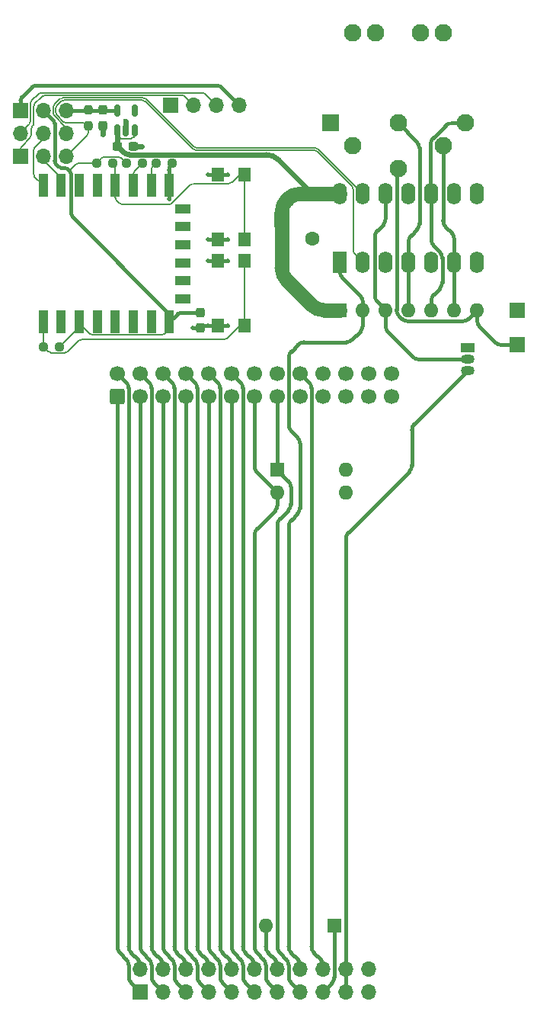
<source format=gbr>
%TF.GenerationSoftware,KiCad,Pcbnew,7.0.11*%
%TF.CreationDate,2024-10-03T19:05:43+02:00*%
%TF.ProjectId,kim-1-aux-card-esp,6b696d2d-312d-4617-9578-2d636172642d,rev?*%
%TF.SameCoordinates,Original*%
%TF.FileFunction,Copper,L1,Top*%
%TF.FilePolarity,Positive*%
%FSLAX46Y46*%
G04 Gerber Fmt 4.6, Leading zero omitted, Abs format (unit mm)*
G04 Created by KiCad (PCBNEW 7.0.11) date 2024-10-03 19:05:43*
%MOMM*%
%LPD*%
G01*
G04 APERTURE LIST*
G04 Aperture macros list*
%AMRoundRect*
0 Rectangle with rounded corners*
0 $1 Rounding radius*
0 $2 $3 $4 $5 $6 $7 $8 $9 X,Y pos of 4 corners*
0 Add a 4 corners polygon primitive as box body*
4,1,4,$2,$3,$4,$5,$6,$7,$8,$9,$2,$3,0*
0 Add four circle primitives for the rounded corners*
1,1,$1+$1,$2,$3*
1,1,$1+$1,$4,$5*
1,1,$1+$1,$6,$7*
1,1,$1+$1,$8,$9*
0 Add four rect primitives between the rounded corners*
20,1,$1+$1,$2,$3,$4,$5,0*
20,1,$1+$1,$4,$5,$6,$7,0*
20,1,$1+$1,$6,$7,$8,$9,0*
20,1,$1+$1,$8,$9,$2,$3,0*%
G04 Aperture macros list end*
%TA.AperFunction,SMDPad,CuDef*%
%ADD10R,1.400000X1.600000*%
%TD*%
%TA.AperFunction,ComponentPad*%
%ADD11R,1.500000X1.050000*%
%TD*%
%TA.AperFunction,ComponentPad*%
%ADD12O,1.500000X1.050000*%
%TD*%
%TA.AperFunction,ComponentPad*%
%ADD13R,1.600000X2.400000*%
%TD*%
%TA.AperFunction,ComponentPad*%
%ADD14O,1.600000X2.400000*%
%TD*%
%TA.AperFunction,ComponentPad*%
%ADD15R,1.600000X1.600000*%
%TD*%
%TA.AperFunction,ComponentPad*%
%ADD16O,1.600000X1.600000*%
%TD*%
%TA.AperFunction,SMDPad,CuDef*%
%ADD17RoundRect,0.237500X-0.237500X0.300000X-0.237500X-0.300000X0.237500X-0.300000X0.237500X0.300000X0*%
%TD*%
%TA.AperFunction,SMDPad,CuDef*%
%ADD18RoundRect,0.237500X-0.237500X0.250000X-0.237500X-0.250000X0.237500X-0.250000X0.237500X0.250000X0*%
%TD*%
%TA.AperFunction,SMDPad,CuDef*%
%ADD19RoundRect,0.237500X-0.300000X-0.237500X0.300000X-0.237500X0.300000X0.237500X-0.300000X0.237500X0*%
%TD*%
%TA.AperFunction,ComponentPad*%
%ADD20RoundRect,0.250000X0.600000X-0.600000X0.600000X0.600000X-0.600000X0.600000X-0.600000X-0.600000X0*%
%TD*%
%TA.AperFunction,ComponentPad*%
%ADD21C,1.700000*%
%TD*%
%TA.AperFunction,SMDPad,CuDef*%
%ADD22RoundRect,0.237500X-0.250000X-0.237500X0.250000X-0.237500X0.250000X0.237500X-0.250000X0.237500X0*%
%TD*%
%TA.AperFunction,SMDPad,CuDef*%
%ADD23RoundRect,0.150000X0.150000X-0.512500X0.150000X0.512500X-0.150000X0.512500X-0.150000X-0.512500X0*%
%TD*%
%TA.AperFunction,SMDPad,CuDef*%
%ADD24R,1.000000X2.500000*%
%TD*%
%TA.AperFunction,SMDPad,CuDef*%
%ADD25R,1.800000X1.000000*%
%TD*%
%TA.AperFunction,ComponentPad*%
%ADD26R,1.700000X1.700000*%
%TD*%
%TA.AperFunction,ComponentPad*%
%ADD27O,1.700000X1.700000*%
%TD*%
%TA.AperFunction,SMDPad,CuDef*%
%ADD28RoundRect,0.237500X0.237500X-0.300000X0.237500X0.300000X-0.237500X0.300000X-0.237500X-0.300000X0*%
%TD*%
%TA.AperFunction,SMDPad,CuDef*%
%ADD29RoundRect,0.237500X0.250000X0.237500X-0.250000X0.237500X-0.250000X-0.237500X0.250000X-0.237500X0*%
%TD*%
%TA.AperFunction,ComponentPad*%
%ADD30C,1.600000*%
%TD*%
%TA.AperFunction,ComponentPad*%
%ADD31R,1.950000X1.950000*%
%TD*%
%TA.AperFunction,ComponentPad*%
%ADD32C,1.950000*%
%TD*%
%TA.AperFunction,ViaPad*%
%ADD33C,0.600000*%
%TD*%
%TA.AperFunction,ViaPad*%
%ADD34C,0.500000*%
%TD*%
%TA.AperFunction,Conductor*%
%ADD35C,0.400000*%
%TD*%
%TA.AperFunction,Conductor*%
%ADD36C,0.127000*%
%TD*%
%TA.AperFunction,Conductor*%
%ADD37C,0.600000*%
%TD*%
%TA.AperFunction,Conductor*%
%ADD38C,1.600000*%
%TD*%
G04 APERTURE END LIST*
D10*
%TO.P,SW4,1,A*%
%TO.N,GND*%
X137870000Y-75070000D03*
X137870000Y-67870000D03*
%TO.P,SW4,2,B*%
%TO.N,Net-(SW4-B)*%
X140870000Y-75070000D03*
X140870000Y-67870000D03*
%TD*%
D11*
%TO.P,Q1,1,E*%
%TO.N,GND*%
X165610000Y-77560000D03*
D12*
%TO.P,Q1,2,B*%
%TO.N,Net-(Q1-B)*%
X165610000Y-78830000D03*
%TO.P,Q1,3,C*%
%TO.N,/KBD*%
X165610000Y-80100000D03*
%TD*%
D13*
%TO.P,U1,1*%
%TO.N,/PTR*%
X151450000Y-68060000D03*
D14*
%TO.P,U1,2*%
%TO.N,Net-(J8-Pin_5)*%
X153990000Y-68060000D03*
%TO.P,U1,3*%
%TO.N,/PA3*%
X156530000Y-68060000D03*
%TO.P,U1,4*%
%TO.N,Net-(RN1C-R3.2)*%
X159070000Y-68060000D03*
%TO.P,U1,5*%
%TO.N,/PA4*%
X161610000Y-68060000D03*
%TO.P,U1,6*%
%TO.N,Net-(RN1E-R5.2)*%
X164150000Y-68060000D03*
%TO.P,U1,7,GND*%
%TO.N,GND*%
X166690000Y-68060000D03*
%TO.P,U1,8*%
%TO.N,unconnected-(U1-Pad8)*%
X166690000Y-60440000D03*
%TO.P,U1,9*%
%TO.N,GND*%
X164150000Y-60440000D03*
%TO.P,U1,10*%
%TO.N,Net-(RN1D-R4.2)*%
X161610000Y-60440000D03*
%TO.P,U1,11*%
%TO.N,/PA5*%
X159070000Y-60440000D03*
%TO.P,U1,12*%
%TO.N,Net-(Q1-B)*%
X156530000Y-60440000D03*
%TO.P,U1,13*%
%TO.N,Net-(J8-Pin_6)*%
X153990000Y-60440000D03*
%TO.P,U1,14,VCC*%
%TO.N,+5V*%
X151450000Y-60440000D03*
%TD*%
D15*
%TO.P,SW1,1*%
%TO.N,/ROW3*%
X150820000Y-141700000D03*
D16*
%TO.P,SW1,2*%
%TO.N,/COLA*%
X143200000Y-141700000D03*
%TD*%
D17*
%TO.P,C3,1*%
%TO.N,+3V3*%
X125080000Y-51147500D03*
%TO.P,C3,2*%
%TO.N,GND*%
X125080000Y-52872500D03*
%TD*%
D18*
%TO.P,R5,1*%
%TO.N,+3V3*%
X123510000Y-51107500D03*
%TO.P,R5,2*%
%TO.N,Net-(J8-Pin_5)*%
X123510000Y-52932500D03*
%TD*%
D19*
%TO.P,C2,1*%
%TO.N,+5V*%
X126715000Y-55150000D03*
%TO.P,C2,2*%
%TO.N,GND*%
X128440000Y-55150000D03*
%TD*%
D20*
%TO.P,J2,1,Pin_1*%
%TO.N,/PA0*%
X126710000Y-82920000D03*
D21*
%TO.P,J2,2,Pin_2*%
%TO.N,/PB0*%
X126710000Y-80380000D03*
%TO.P,J2,3,Pin_3*%
%TO.N,/PA1*%
X129250000Y-82920000D03*
%TO.P,J2,4,Pin_4*%
%TO.N,/PB1*%
X129250000Y-80380000D03*
%TO.P,J2,5,Pin_5*%
%TO.N,/PA2*%
X131790000Y-82920000D03*
%TO.P,J2,6,Pin_6*%
%TO.N,/PB2*%
X131790000Y-80380000D03*
%TO.P,J2,7,Pin_7*%
%TO.N,/PA3*%
X134330000Y-82920000D03*
%TO.P,J2,8,Pin_8*%
%TO.N,/PB3*%
X134330000Y-80380000D03*
%TO.P,J2,9,Pin_9*%
%TO.N,/PA4*%
X136870000Y-82920000D03*
%TO.P,J2,10,Pin_10*%
%TO.N,/PB4*%
X136870000Y-80380000D03*
%TO.P,J2,11,Pin_11*%
%TO.N,/PA5*%
X139410000Y-82920000D03*
%TO.P,J2,12,Pin_12*%
%TO.N,/PB5*%
X139410000Y-80380000D03*
%TO.P,J2,13,Pin_13*%
%TO.N,/PA6*%
X141950000Y-82920000D03*
%TO.P,J2,14,Pin_14*%
%TO.N,unconnected-(J2-Pin_14-Pad14)*%
X141950000Y-80380000D03*
%TO.P,J2,15,Pin_15*%
%TO.N,/PA7*%
X144490000Y-82920000D03*
%TO.P,J2,16,Pin_16*%
%TO.N,unconnected-(J2-Pin_16-Pad16)*%
X144490000Y-80380000D03*
%TO.P,J2,17,Pin_17*%
%TO.N,unconnected-(J2-Pin_17-Pad17)*%
X147030000Y-82920000D03*
%TO.P,J2,18,Pin_18*%
%TO.N,/PB7*%
X147030000Y-80380000D03*
%TO.P,J2,19,Pin_19*%
%TO.N,unconnected-(J2-Pin_19-Pad19)*%
X149570000Y-82920000D03*
%TO.P,J2,20,Pin_20*%
%TO.N,unconnected-(J2-Pin_20-Pad20)*%
X149570000Y-80380000D03*
%TO.P,J2,21,Pin_21*%
%TO.N,unconnected-(J2-Pin_21-Pad21)*%
X152110000Y-82920000D03*
%TO.P,J2,22,Pin_22*%
%TO.N,unconnected-(J2-Pin_22-Pad22)*%
X152110000Y-80380000D03*
%TO.P,J2,23,Pin_23*%
%TO.N,unconnected-(J2-Pin_23-Pad23)*%
X154650000Y-82920000D03*
%TO.P,J2,24,Pin_24*%
%TO.N,unconnected-(J2-Pin_24-Pad24)*%
X154650000Y-80380000D03*
%TO.P,J2,25,Pin_25*%
%TO.N,GND*%
X157190000Y-82920000D03*
%TO.P,J2,26,Pin_26*%
X157190000Y-80380000D03*
%TD*%
D15*
%TO.P,RN1,1,R1*%
%TO.N,+5V*%
X151450000Y-73380000D03*
D16*
%TO.P,RN1,2,R1.2*%
%TO.N,/PTR*%
X153990000Y-73380000D03*
%TO.P,RN1,3,R2.2*%
%TO.N,Net-(Q1-B)*%
X156530000Y-73380000D03*
%TO.P,RN1,4,R3.2*%
%TO.N,Net-(RN1C-R3.2)*%
X159070000Y-73380000D03*
%TO.P,RN1,5,R4.2*%
%TO.N,Net-(RN1D-R4.2)*%
X161610000Y-73380000D03*
%TO.P,RN1,6,R5.2*%
%TO.N,Net-(RN1E-R5.2)*%
X164150000Y-73380000D03*
%TO.P,RN1,7,R6.2*%
%TO.N,Net-(J4-Pin_1)*%
X166690000Y-73380000D03*
%TD*%
D22*
%TO.P,R3,1*%
%TO.N,Net-(U3-GPIO15)*%
X131005000Y-57010000D03*
%TO.P,R3,2*%
%TO.N,GND*%
X132830000Y-57010000D03*
%TD*%
D23*
%TO.P,U2,1,IN*%
%TO.N,+5V*%
X126710000Y-53437500D03*
%TO.P,U2,2,GND*%
%TO.N,GND*%
X127660000Y-53437500D03*
%TO.P,U2,3,EN*%
%TO.N,+5V*%
X128610000Y-53437500D03*
%TO.P,U2,4,NC*%
%TO.N,unconnected-(U2-NC-Pad4)*%
X128610000Y-51162500D03*
%TO.P,U2,5,OUT*%
%TO.N,+3V3*%
X126710000Y-51162500D03*
%TD*%
D22*
%TO.P,R1,1*%
%TO.N,Net-(J9-Pin_2)*%
X124390000Y-57010000D03*
%TO.P,R1,2*%
%TO.N,Net-(SW3-B)*%
X126215000Y-57010000D03*
%TD*%
D24*
%TO.P,U3,1,~{RST}*%
%TO.N,Net-(SW4-B)*%
X118470000Y-74690000D03*
%TO.P,U3,2,ADC*%
%TO.N,unconnected-(U3-ADC-Pad2)*%
X120470000Y-74690000D03*
%TO.P,U3,3,EN*%
%TO.N,Net-(J9-Pin_2)*%
X122470000Y-74690000D03*
%TO.P,U3,4,GPIO16*%
%TO.N,unconnected-(U3-GPIO16-Pad4)*%
X124470000Y-74690000D03*
%TO.P,U3,5,GPIO14*%
%TO.N,unconnected-(U3-GPIO14-Pad5)*%
X126470000Y-74690000D03*
%TO.P,U3,6,GPIO12*%
%TO.N,unconnected-(U3-GPIO12-Pad6)*%
X128470000Y-74690000D03*
%TO.P,U3,7,GPIO13*%
%TO.N,unconnected-(U3-GPIO13-Pad7)*%
X130470000Y-74690000D03*
%TO.P,U3,8,VCC*%
%TO.N,Net-(J9-Pin_2)*%
X132470000Y-74690000D03*
D25*
%TO.P,U3,9,CS0*%
%TO.N,unconnected-(U3-CS0-Pad9)*%
X133970000Y-72090000D03*
%TO.P,U3,10,MISO*%
%TO.N,unconnected-(U3-MISO-Pad10)*%
X133970000Y-70090000D03*
%TO.P,U3,11,GPIO9*%
%TO.N,unconnected-(U3-GPIO9-Pad11)*%
X133970000Y-68090000D03*
%TO.P,U3,12,GPIO10*%
%TO.N,unconnected-(U3-GPIO10-Pad12)*%
X133970000Y-66090000D03*
%TO.P,U3,13,MOSI*%
%TO.N,unconnected-(U3-MOSI-Pad13)*%
X133970000Y-64090000D03*
%TO.P,U3,14,SCLK*%
%TO.N,unconnected-(U3-SCLK-Pad14)*%
X133970000Y-62090000D03*
D24*
%TO.P,U3,15,GND*%
%TO.N,GND*%
X132470000Y-59490000D03*
%TO.P,U3,16,GPIO15*%
%TO.N,Net-(U3-GPIO15)*%
X130470000Y-59490000D03*
%TO.P,U3,17,GPIO2*%
%TO.N,Net-(U3-GPIO2)*%
X128470000Y-59490000D03*
%TO.P,U3,18,GPIO0*%
%TO.N,Net-(SW3-B)*%
X126470000Y-59490000D03*
%TO.P,U3,19,GPIO4*%
%TO.N,unconnected-(U3-GPIO4-Pad19)*%
X124470000Y-59490000D03*
%TO.P,U3,20,GPIO5*%
%TO.N,unconnected-(U3-GPIO5-Pad20)*%
X122470000Y-59490000D03*
%TO.P,U3,21,GPIO3/RXD*%
%TO.N,Net-(J8-Pin_3)*%
X120470000Y-59490000D03*
%TO.P,U3,22,GPIO1/TXD*%
%TO.N,Net-(J8-Pin_4)*%
X118470000Y-59490000D03*
%TD*%
D10*
%TO.P,SW3,1,A*%
%TO.N,GND*%
X137870000Y-65510000D03*
X137870000Y-58310000D03*
%TO.P,SW3,2,B*%
%TO.N,Net-(SW3-B)*%
X140870000Y-65510000D03*
X140870000Y-58310000D03*
%TD*%
D22*
%TO.P,R2,1*%
%TO.N,Net-(J9-Pin_2)*%
X127697500Y-57010000D03*
%TO.P,R2,2*%
%TO.N,Net-(U3-GPIO2)*%
X129522500Y-57010000D03*
%TD*%
D15*
%TO.P,SW2,1*%
%TO.N,/PA7*%
X144490000Y-91110000D03*
D16*
%TO.P,SW2,2*%
%TO.N,/PA6*%
X144490000Y-93650000D03*
%TO.P,SW2,3*%
%TO.N,Net-(RN1E-R5.2)*%
X152110000Y-93650000D03*
%TO.P,SW2,4*%
%TO.N,Net-(RN1D-R4.2)*%
X152110000Y-91110000D03*
%TD*%
D26*
%TO.P,J8,1,Pin_1*%
%TO.N,Net-(J10-Pin_2)*%
X115930000Y-56240000D03*
D27*
%TO.P,J8,2,Pin_2*%
%TO.N,Net-(J10-Pin_3)*%
X115930000Y-53700000D03*
%TO.P,J8,3,Pin_3*%
%TO.N,Net-(J8-Pin_3)*%
X118470000Y-56240000D03*
%TO.P,J8,4,Pin_4*%
%TO.N,Net-(J8-Pin_4)*%
X118470000Y-53700000D03*
%TO.P,J8,5,Pin_5*%
%TO.N,Net-(J8-Pin_5)*%
X121010000Y-56240000D03*
%TO.P,J8,6,Pin_6*%
%TO.N,Net-(J8-Pin_6)*%
X121010000Y-53700000D03*
%TD*%
D26*
%TO.P,J9,1,Pin_1*%
%TO.N,Net-(J10-Pin_4)*%
X115930000Y-51160000D03*
D27*
%TO.P,J9,2,Pin_2*%
%TO.N,Net-(J9-Pin_2)*%
X118470000Y-51160000D03*
%TO.P,J9,3,Pin_3*%
%TO.N,+3V3*%
X121010000Y-51160000D03*
%TD*%
D28*
%TO.P,C4,1*%
%TO.N,GND*%
X135930000Y-75355000D03*
%TO.P,C4,2*%
%TO.N,Net-(J9-Pin_2)*%
X135930000Y-73630000D03*
%TD*%
D29*
%TO.P,R4,1*%
%TO.N,Net-(J9-Pin_2)*%
X120295000Y-77420000D03*
%TO.P,R4,2*%
%TO.N,Net-(SW4-B)*%
X118470000Y-77420000D03*
%TD*%
D26*
%TO.P,J10,1,Pin_1*%
%TO.N,GND*%
X132660000Y-50600000D03*
D27*
%TO.P,J10,2,Pin_2*%
%TO.N,Net-(J10-Pin_2)*%
X135200000Y-50600000D03*
%TO.P,J10,3,Pin_3*%
%TO.N,Net-(J10-Pin_3)*%
X137740000Y-50600000D03*
%TO.P,J10,4,Pin_4*%
%TO.N,Net-(J10-Pin_4)*%
X140280000Y-50600000D03*
%TD*%
D30*
%TO.P,C1,1*%
%TO.N,+5V*%
X148400000Y-60440000D03*
%TO.P,C1,2*%
%TO.N,GND*%
X148400000Y-65440000D03*
%TD*%
D31*
%TO.P,J3,1*%
%TO.N,unconnected-(J3-Pad1)*%
X150400000Y-52590000D03*
D32*
%TO.P,J3,2*%
%TO.N,GND*%
X152900000Y-55090000D03*
%TO.P,J3,3*%
%TO.N,Net-(RN1C-R3.2)*%
X157900000Y-52590000D03*
%TO.P,J3,4*%
%TO.N,Net-(RN1E-R5.2)*%
X162900000Y-55090000D03*
%TO.P,J3,5*%
%TO.N,Net-(RN1D-R4.2)*%
X165400000Y-52590000D03*
%TO.P,J3,6*%
%TO.N,Net-(J4-Pin_1)*%
X157900000Y-57590000D03*
%TO.P,J3,E1*%
%TO.N,GND*%
X162900000Y-42590000D03*
X160400000Y-42590000D03*
%TO.P,J3,E2*%
X155400000Y-42590000D03*
X152900000Y-42590000D03*
%TD*%
D26*
%TO.P,J5,1,Pin_1*%
%TO.N,GND*%
X171120000Y-73380000D03*
%TD*%
%TO.P,J1,1,Pin_1*%
%TO.N,/PA0*%
X129250000Y-149070000D03*
D27*
%TO.P,J1,2,Pin_2*%
%TO.N,/PB0*%
X129250000Y-146530000D03*
%TO.P,J1,3,Pin_3*%
%TO.N,/PA1*%
X131790000Y-149070000D03*
%TO.P,J1,4,Pin_4*%
%TO.N,/PB1*%
X131790000Y-146530000D03*
%TO.P,J1,5,Pin_5*%
%TO.N,/PA2*%
X134330000Y-149070000D03*
%TO.P,J1,6,Pin_6*%
%TO.N,/PB2*%
X134330000Y-146530000D03*
%TO.P,J1,7,Pin_7*%
%TO.N,/PA3*%
X136870000Y-149070000D03*
%TO.P,J1,8,Pin_8*%
%TO.N,/PB3*%
X136870000Y-146530000D03*
%TO.P,J1,9,Pin_9*%
%TO.N,/PA4*%
X139410000Y-149070000D03*
%TO.P,J1,10,Pin_10*%
%TO.N,/PB4*%
X139410000Y-146530000D03*
%TO.P,J1,11,Pin_11*%
%TO.N,/PA5*%
X141950000Y-149070000D03*
%TO.P,J1,12,Pin_12*%
%TO.N,/PB5*%
X141950000Y-146530000D03*
%TO.P,J1,13,Pin_13*%
%TO.N,/PA6*%
X144490000Y-149070000D03*
%TO.P,J1,14,Pin_14*%
%TO.N,/COLA*%
X144490000Y-146530000D03*
%TO.P,J1,15,Pin_15*%
%TO.N,/PA7*%
X147030000Y-149070000D03*
%TO.P,J1,16,Pin_16*%
%TO.N,/PTR*%
X147030000Y-146530000D03*
%TO.P,J1,17,Pin_17*%
%TO.N,/ROW3*%
X149570000Y-149070000D03*
%TO.P,J1,18,Pin_18*%
%TO.N,/PB7*%
X149570000Y-146530000D03*
%TO.P,J1,19,Pin_19*%
%TO.N,/KBD*%
X152110000Y-149070000D03*
%TO.P,J1,20,Pin_20*%
X152110000Y-146530000D03*
%TO.P,J1,21,Pin_21*%
%TO.N,GND*%
X154650000Y-149070000D03*
%TO.P,J1,22,Pin_22*%
X154650000Y-146530000D03*
%TD*%
D26*
%TO.P,J6,1,Pin_1*%
%TO.N,+5V*%
X144980000Y-63330000D03*
%TD*%
%TO.P,J4,1,Pin_1*%
%TO.N,Net-(J4-Pin_1)*%
X171120000Y-77230000D03*
%TD*%
D33*
%TO.N,GND*%
X129400000Y-55150000D03*
D34*
X138950000Y-58310000D03*
X138950000Y-65510000D03*
D33*
X125080000Y-53800000D03*
D34*
X135070000Y-75360000D03*
X138950000Y-67870000D03*
X136790000Y-65510000D03*
X132470000Y-61050000D03*
X136790000Y-75070000D03*
X136790000Y-67870000D03*
D33*
X127660000Y-52390000D03*
D34*
X138950000Y-75070000D03*
X132470000Y-57820000D03*
X136790000Y-58310000D03*
%TD*%
D35*
%TO.N,Net-(J9-Pin_2)*%
X121550010Y-62425786D02*
G75*
G03*
X121842893Y-63132893I999990J-14D01*
G01*
D36*
X122494213Y-57010010D02*
G75*
G03*
X122140660Y-57156448I-13J-499990D01*
G01*
X122140659Y-57156447D02*
X121403553Y-57893553D01*
X124390000Y-57010000D02*
X122494213Y-57010000D01*
D35*
X119720005Y-56812893D02*
G75*
G03*
X119866446Y-57166446I499995J-7D01*
G01*
X120093550Y-57393556D02*
G75*
G03*
X120447107Y-57540000I353550J353556D01*
G01*
X121196449Y-57686443D02*
G75*
G03*
X120842893Y-57540000I-353549J-353557D01*
G01*
X121549995Y-58247107D02*
G75*
G03*
X121403553Y-57893553I-499995J7D01*
G01*
X132470000Y-73967107D02*
X132470000Y-74690000D01*
X121842893Y-63132893D02*
X132323554Y-73613554D01*
X121550000Y-58247107D02*
X121550000Y-62425786D01*
X132469995Y-73967107D02*
G75*
G03*
X132323554Y-73613554I-499995J7D01*
G01*
X119720000Y-56812893D02*
X119720000Y-52617107D01*
X120842893Y-57540000D02*
X120447107Y-57540000D01*
X121403553Y-57893553D02*
X121196446Y-57686446D01*
X120093553Y-57393553D02*
X119866446Y-57166446D01*
X119573554Y-52263554D02*
X118470000Y-51160000D01*
X119719995Y-52617107D02*
G75*
G03*
X119573554Y-52263554I-499995J7D01*
G01*
%TO.N,GND*%
X132470000Y-57820000D02*
X132470000Y-59490000D01*
X138950000Y-65510000D02*
X137870000Y-65510000D01*
X136790000Y-75070000D02*
X137870000Y-75070000D01*
X135925000Y-75360000D02*
X135930000Y-75355000D01*
X135070000Y-75360000D02*
X135925000Y-75360000D01*
X136790000Y-65510000D02*
X137870000Y-65510000D01*
X138950000Y-58310000D02*
X137870000Y-58310000D01*
X136790000Y-75070000D02*
X136422107Y-75070000D01*
D37*
X127660000Y-53437500D02*
X127660000Y-52390000D01*
D35*
X138950000Y-67870000D02*
X137870000Y-67870000D01*
X138950000Y-75070000D02*
X137870000Y-75070000D01*
X132470000Y-61050000D02*
X132470000Y-59490000D01*
D37*
X129400000Y-55150000D02*
X128440000Y-55150000D01*
D35*
X132470000Y-57820000D02*
X132470000Y-57577107D01*
X136790000Y-67870000D02*
X137870000Y-67870000D01*
X136068553Y-75216447D02*
X135930000Y-75355000D01*
D37*
X125080000Y-53800000D02*
X125080000Y-52872500D01*
D35*
X136790000Y-58310000D02*
X137870000Y-58310000D01*
X132616447Y-57223553D02*
X132830000Y-57010000D01*
X136422107Y-75070005D02*
G75*
G03*
X136068553Y-75216447I-7J-499995D01*
G01*
X132616444Y-57223550D02*
G75*
G03*
X132470000Y-57577107I353556J-353550D01*
G01*
%TO.N,+3V3*%
X121010000Y-51160000D02*
X126707500Y-51160000D01*
X126707500Y-51160000D02*
X126710000Y-51162500D01*
D36*
%TO.N,Net-(J9-Pin_2)*%
X120295000Y-77420000D02*
X122323554Y-75391446D01*
X123986607Y-76130500D02*
X131572393Y-76130500D01*
X124390000Y-57010000D02*
X124909054Y-56490946D01*
X122470000Y-74690000D02*
X122470000Y-74559000D01*
D35*
X135930000Y-73630000D02*
X133737107Y-73630000D01*
D36*
X122470000Y-75037893D02*
X122470000Y-74690000D01*
X125262607Y-56344500D02*
X126824893Y-56344500D01*
X122470000Y-74821000D02*
X123633054Y-75984054D01*
D35*
X133383553Y-73776447D02*
X132470000Y-74690000D01*
D36*
X127178447Y-56490947D02*
X127697500Y-57010000D01*
X127697500Y-57010000D02*
X127521471Y-57010000D01*
X132470000Y-75232893D02*
X132470000Y-74690000D01*
X131925947Y-75984053D02*
X132323554Y-75586446D01*
X122470000Y-74690000D02*
X122470000Y-74821000D01*
X122323557Y-75391449D02*
G75*
G03*
X122470000Y-75037893I-353557J353549D01*
G01*
X123633051Y-75984057D02*
G75*
G03*
X123986607Y-76130500I353549J353557D01*
G01*
D35*
X133737107Y-73630005D02*
G75*
G03*
X133383553Y-73776447I-7J-499995D01*
G01*
D36*
X127178450Y-56490944D02*
G75*
G03*
X126824893Y-56344500I-353550J-353556D01*
G01*
X125262607Y-56344505D02*
G75*
G03*
X124909054Y-56490946I-7J-499995D01*
G01*
X131572393Y-76130495D02*
G75*
G03*
X131925947Y-75984053I7J499995D01*
G01*
X132323557Y-75586449D02*
G75*
G03*
X132470000Y-75232893I-353557J353549D01*
G01*
%TO.N,Net-(J10-Pin_2)*%
X116076447Y-55144343D02*
X116956054Y-54264736D01*
X117102500Y-53911183D02*
X117102500Y-53275397D01*
X134232947Y-49632947D02*
X135200000Y-50600000D01*
X115930000Y-56240000D02*
X115930000Y-55497897D01*
X117356500Y-52814290D02*
X117356500Y-50830607D01*
X117502947Y-50477053D02*
X118347054Y-49632946D01*
X117248947Y-52921843D02*
X117356500Y-52814290D01*
X118700607Y-49486500D02*
X133879393Y-49486500D01*
X134232950Y-49632944D02*
G75*
G03*
X133879393Y-49486500I-353550J-353556D01*
G01*
X117502944Y-50477050D02*
G75*
G03*
X117356500Y-50830607I353556J-353550D01*
G01*
X116076449Y-55144345D02*
G75*
G03*
X115930000Y-55497897I353551J-353555D01*
G01*
X118700607Y-49486505D02*
G75*
G03*
X118347054Y-49632946I-7J-499995D01*
G01*
X116956062Y-54264744D02*
G75*
G03*
X117102500Y-53911183I-353562J353544D01*
G01*
X117248949Y-52921845D02*
G75*
G03*
X117102500Y-53275397I353551J-353555D01*
G01*
%TO.N,Net-(J10-Pin_3)*%
X117043500Y-50399817D02*
X117043500Y-52367183D01*
X137740000Y-50600000D02*
X136518946Y-49378946D01*
X136165393Y-49232500D02*
X118210817Y-49232500D01*
X116897053Y-52720737D02*
X115930000Y-53687790D01*
X115930000Y-53687790D02*
X115930000Y-53700000D01*
X117857263Y-49378947D02*
X117189946Y-50046264D01*
X136518949Y-49378943D02*
G75*
G03*
X136165393Y-49232500I-353549J-353557D01*
G01*
X117189938Y-50046256D02*
G75*
G03*
X117043500Y-50399817I353562J-353544D01*
G01*
X116897061Y-52720745D02*
G75*
G03*
X117043500Y-52367183I-353561J353545D01*
G01*
X118210817Y-49232512D02*
G75*
G03*
X117857263Y-49378947I-17J-499988D01*
G01*
D35*
%TO.N,Net-(J10-Pin_4)*%
X138251947Y-48571947D02*
X140280000Y-50600000D01*
X116076447Y-49692093D02*
X117196594Y-48571946D01*
X117550147Y-48425500D02*
X137898393Y-48425500D01*
X115930000Y-51160000D02*
X115930000Y-50045647D01*
X117550147Y-48425534D02*
G75*
G03*
X117196595Y-48571947I-47J-499966D01*
G01*
X116076424Y-49692070D02*
G75*
G03*
X115930000Y-50045647I353576J-353530D01*
G01*
X138251950Y-48571944D02*
G75*
G03*
X137898393Y-48425500I-353550J-353556D01*
G01*
D36*
%TO.N,Net-(SW3-B)*%
X126903553Y-61473553D02*
X126616446Y-61186446D01*
X139092393Y-59300500D02*
X135195233Y-59300500D01*
X134841679Y-59446947D02*
X132815072Y-61473554D01*
X126323553Y-57118553D02*
X126215000Y-57010000D01*
X126470000Y-59490000D02*
X126470000Y-57472107D01*
X132461519Y-61620000D02*
X127257107Y-61620000D01*
X126470000Y-60832893D02*
X126470000Y-59490000D01*
X140870000Y-65510000D02*
X140870000Y-58310000D01*
X140290000Y-58310000D02*
X139445946Y-59154054D01*
X126470005Y-60832893D02*
G75*
G03*
X126616446Y-61186446I499995J-7D01*
G01*
X132461519Y-61620013D02*
G75*
G03*
X132815072Y-61473554I-19J500013D01*
G01*
X135195233Y-59300524D02*
G75*
G03*
X134841680Y-59446948I-33J-499976D01*
G01*
X139092393Y-59300495D02*
G75*
G03*
X139445946Y-59154054I7J499995D01*
G01*
X126903550Y-61473556D02*
G75*
G03*
X127257107Y-61620000I353550J353556D01*
G01*
X126469995Y-57472107D02*
G75*
G03*
X126323553Y-57118553I-499995J7D01*
G01*
D37*
%TO.N,+5V*%
X126715000Y-55150000D02*
X126715000Y-53442500D01*
D38*
X148400000Y-60440000D02*
X151450000Y-60440000D01*
X145565787Y-61074213D02*
X145614214Y-61025786D01*
D36*
X128610000Y-54099999D02*
X128565945Y-54144054D01*
D37*
X144645787Y-56685787D02*
X148400000Y-60440000D01*
X126715000Y-55150000D02*
X127372107Y-55807107D01*
D38*
X144980000Y-63330000D02*
X144980000Y-68661573D01*
X149698427Y-73380000D02*
X151450000Y-73380000D01*
X145565787Y-70075787D02*
X148284214Y-72794214D01*
D36*
X128212392Y-54290500D02*
X127122607Y-54290500D01*
D38*
X147028427Y-60440000D02*
X148400000Y-60440000D01*
D37*
X128079214Y-56100000D02*
X143231573Y-56100000D01*
D35*
X151400000Y-73380000D02*
X151430000Y-73350000D01*
D38*
X144980000Y-63330000D02*
X144980000Y-62488427D01*
D36*
X126769053Y-54144053D02*
X126710000Y-54085000D01*
D37*
X127372100Y-55807114D02*
G75*
G03*
X128079214Y-56100000I707100J707114D01*
G01*
D38*
X145565773Y-61074199D02*
G75*
G03*
X144980000Y-62488427I1414227J-1414201D01*
G01*
D36*
X126769050Y-54144056D02*
G75*
G03*
X127122607Y-54290500I353550J353556D01*
G01*
D37*
X144645801Y-56685773D02*
G75*
G03*
X143231573Y-56100000I-1414201J-1414227D01*
G01*
D38*
X144980020Y-68661573D02*
G75*
G03*
X145565788Y-70075786I1999980J-27D01*
G01*
X147028427Y-60440020D02*
G75*
G03*
X145614215Y-61025787I-27J-1999980D01*
G01*
D36*
X128212392Y-54290494D02*
G75*
G03*
X128565945Y-54144054I8J499994D01*
G01*
D38*
X148284200Y-72794228D02*
G75*
G03*
X149698427Y-73380000I1414200J1414228D01*
G01*
D35*
%TO.N,/PA0*%
X127960000Y-147365786D02*
X127960000Y-146124214D01*
X126710000Y-82920000D02*
X126710000Y-144045786D01*
X129250000Y-149070000D02*
X128252893Y-148072893D01*
X127667107Y-145417107D02*
X127002893Y-144752893D01*
X126710010Y-144045786D02*
G75*
G03*
X127002893Y-144752893I999990J-14D01*
G01*
X127960010Y-147365786D02*
G75*
G03*
X128252893Y-148072893I999990J-14D01*
G01*
X127959990Y-146124214D02*
G75*
G03*
X127667107Y-145417107I-999990J14D01*
G01*
%TO.N,/PB0*%
X128957107Y-145437107D02*
X128252893Y-144732893D01*
X127960000Y-144025786D02*
X127960000Y-82044214D01*
X127667107Y-81337107D02*
X126710000Y-80380000D01*
X129250000Y-146530000D02*
X129250000Y-146144214D01*
X127959990Y-82044214D02*
G75*
G03*
X127667107Y-81337107I-999990J14D01*
G01*
X127960010Y-144025786D02*
G75*
G03*
X128252893Y-144732893I999990J-14D01*
G01*
X129249990Y-146144214D02*
G75*
G03*
X128957107Y-145437107I-999990J14D01*
G01*
%TO.N,/PA1*%
X129250000Y-82920000D02*
X129250000Y-144045786D01*
X130500000Y-147365786D02*
X130500000Y-146124214D01*
X131790000Y-149070000D02*
X130792893Y-148072893D01*
X130207107Y-145417107D02*
X129542893Y-144752893D01*
X130499990Y-146124214D02*
G75*
G03*
X130207107Y-145417107I-999990J14D01*
G01*
X129250010Y-144045786D02*
G75*
G03*
X129542893Y-144752893I999990J-14D01*
G01*
X130500010Y-147365786D02*
G75*
G03*
X130792893Y-148072893I999990J-14D01*
G01*
%TO.N,/PB1*%
X130207107Y-81337107D02*
X129250000Y-80380000D01*
X131790000Y-146530000D02*
X131790000Y-146144214D01*
X131497107Y-145437107D02*
X130792893Y-144732893D01*
X130500000Y-144025786D02*
X130500000Y-82044214D01*
X130499990Y-82044214D02*
G75*
G03*
X130207107Y-81337107I-999990J14D01*
G01*
X130500010Y-144025786D02*
G75*
G03*
X130792893Y-144732893I999990J-14D01*
G01*
X131789990Y-146144214D02*
G75*
G03*
X131497107Y-145437107I-999990J14D01*
G01*
%TO.N,/PA2*%
X134330000Y-149070000D02*
X133332893Y-148072893D01*
X131790000Y-82920000D02*
X131790000Y-144045786D01*
X132747107Y-145417107D02*
X132082893Y-144752893D01*
X133040000Y-147365786D02*
X133040000Y-146124214D01*
X133039990Y-146124214D02*
G75*
G03*
X132747107Y-145417107I-999990J14D01*
G01*
X133040010Y-147365786D02*
G75*
G03*
X133332893Y-148072893I999990J-14D01*
G01*
X131790010Y-144045786D02*
G75*
G03*
X132082893Y-144752893I999990J-14D01*
G01*
%TO.N,/PB2*%
X132747107Y-81337107D02*
X131790000Y-80380000D01*
X133040000Y-144025786D02*
X133040000Y-82044214D01*
X134037107Y-145437107D02*
X133332893Y-144732893D01*
X134330000Y-146530000D02*
X134330000Y-146144214D01*
X133039990Y-82044214D02*
G75*
G03*
X132747107Y-81337107I-999990J14D01*
G01*
X133040010Y-144025786D02*
G75*
G03*
X133332893Y-144732893I999990J-14D01*
G01*
X134329990Y-146144214D02*
G75*
G03*
X134037107Y-145437107I-999990J14D01*
G01*
%TO.N,/PA3*%
X136870000Y-149070000D02*
X135872893Y-148072893D01*
X135580000Y-147365786D02*
X135580000Y-146124214D01*
X134330000Y-82920000D02*
X134330000Y-144045786D01*
X135287107Y-145417107D02*
X134622893Y-144752893D01*
X135580010Y-147365786D02*
G75*
G03*
X135872893Y-148072893I999990J-14D01*
G01*
X135579990Y-146124214D02*
G75*
G03*
X135287107Y-145417107I-999990J14D01*
G01*
X134330010Y-144045786D02*
G75*
G03*
X134622893Y-144752893I999990J-14D01*
G01*
%TO.N,/PB3*%
X136577107Y-145437107D02*
X135872893Y-144732893D01*
X135287107Y-81337107D02*
X134330000Y-80380000D01*
X135580000Y-144025786D02*
X135580000Y-82044214D01*
X136870000Y-146530000D02*
X136870000Y-146144214D01*
X136869990Y-146144214D02*
G75*
G03*
X136577107Y-145437107I-999990J14D01*
G01*
X135580010Y-144025786D02*
G75*
G03*
X135872893Y-144732893I999990J-14D01*
G01*
X135579990Y-82044214D02*
G75*
G03*
X135287107Y-81337107I-999990J14D01*
G01*
%TO.N,/PA4*%
X138120000Y-147365786D02*
X138120000Y-146124214D01*
X136870000Y-82920000D02*
X136870000Y-144045786D01*
X137827107Y-145417107D02*
X137162893Y-144752893D01*
X139410000Y-149070000D02*
X138412893Y-148072893D01*
X138120010Y-147365786D02*
G75*
G03*
X138412893Y-148072893I999990J-14D01*
G01*
X136870010Y-144045786D02*
G75*
G03*
X137162893Y-144752893I999990J-14D01*
G01*
X138119990Y-146124214D02*
G75*
G03*
X137827107Y-145417107I-999990J14D01*
G01*
%TO.N,/PB4*%
X138120000Y-144025786D02*
X138120000Y-82044214D01*
X139410000Y-146530000D02*
X139410000Y-146144214D01*
X137827107Y-81337107D02*
X136870000Y-80380000D01*
X139117107Y-145437107D02*
X138412893Y-144732893D01*
X139409990Y-146144214D02*
G75*
G03*
X139117107Y-145437107I-999990J14D01*
G01*
X138120010Y-144025786D02*
G75*
G03*
X138412893Y-144732893I999990J-14D01*
G01*
X138119990Y-82044214D02*
G75*
G03*
X137827107Y-81337107I-999990J14D01*
G01*
%TO.N,/PA5*%
X140660000Y-147365786D02*
X140660000Y-146124214D01*
X140367107Y-145417107D02*
X139702893Y-144752893D01*
X139410000Y-82920000D02*
X139410000Y-144045786D01*
X141950000Y-149070000D02*
X140952893Y-148072893D01*
X140660010Y-147365786D02*
G75*
G03*
X140952893Y-148072893I999990J-14D01*
G01*
X139410010Y-144045786D02*
G75*
G03*
X139702893Y-144752893I999990J-14D01*
G01*
X140659990Y-146124214D02*
G75*
G03*
X140367107Y-145417107I-999990J14D01*
G01*
%TO.N,/PB5*%
X141950000Y-146530000D02*
X141950000Y-146144214D01*
X141657107Y-145437107D02*
X140952893Y-144732893D01*
X140660000Y-144025786D02*
X140660000Y-82044214D01*
X140367107Y-81337107D02*
X139410000Y-80380000D01*
X140660010Y-144025786D02*
G75*
G03*
X140952893Y-144732893I999990J-14D01*
G01*
X140659990Y-82044214D02*
G75*
G03*
X140367107Y-81337107I-999990J14D01*
G01*
X141949990Y-146144214D02*
G75*
G03*
X141657107Y-145437107I-999990J14D01*
G01*
%TO.N,/PA6*%
X142242893Y-144752893D02*
X142907107Y-145417107D01*
X144197107Y-95672893D02*
X142242893Y-97627107D01*
X141950000Y-98334214D02*
X141950000Y-144045786D01*
X143492893Y-148072893D02*
X144490000Y-149070000D01*
X141950000Y-82920000D02*
X141950000Y-90695786D01*
X144490000Y-93650000D02*
X144490000Y-94965786D01*
X143200000Y-146124214D02*
X143200000Y-147365786D01*
X142242893Y-91402893D02*
X144490000Y-93650000D01*
X143199990Y-146124214D02*
G75*
G03*
X142907107Y-145417107I-999990J14D01*
G01*
X142242886Y-97627100D02*
G75*
G03*
X141950000Y-98334214I707114J-707100D01*
G01*
X143200010Y-147365786D02*
G75*
G03*
X143492893Y-148072893I999990J-14D01*
G01*
X141950010Y-90695786D02*
G75*
G03*
X142242893Y-91402893I999990J-14D01*
G01*
X144197114Y-95672900D02*
G75*
G03*
X144490000Y-94965786I-707114J707100D01*
G01*
X141950039Y-144045786D02*
G75*
G03*
X142242893Y-144752893I1000061J-14D01*
G01*
%TO.N,/PB7*%
X148280000Y-144025786D02*
X148280000Y-82044214D01*
X149570000Y-146530000D02*
X149570000Y-146144214D01*
X147987107Y-81337107D02*
X147030000Y-80380000D01*
X149277107Y-145437107D02*
X148572893Y-144732893D01*
X149569990Y-146144214D02*
G75*
G03*
X149277107Y-145437107I-999990J14D01*
G01*
X148280010Y-144025786D02*
G75*
G03*
X148572893Y-144732893I999990J-14D01*
G01*
X148279990Y-82044214D02*
G75*
G03*
X147987107Y-81337107I-999990J14D01*
G01*
%TO.N,/PA7*%
X147030000Y-149070000D02*
X146032893Y-148072893D01*
X144490000Y-97224214D02*
X144490000Y-144045786D01*
X144490000Y-91110000D02*
X144490000Y-82920000D01*
X145447107Y-145417107D02*
X144782893Y-144752893D01*
X145980000Y-94905786D02*
X145980000Y-93014214D01*
X145687107Y-92307107D02*
X144490000Y-91110000D01*
X145740000Y-147365786D02*
X145740000Y-146124214D01*
X144782893Y-96517107D02*
X145687107Y-95612893D01*
X145739990Y-146124214D02*
G75*
G03*
X145447107Y-145417107I-999990J14D01*
G01*
X145979990Y-93014214D02*
G75*
G03*
X145687107Y-92307107I-999990J14D01*
G01*
X144782886Y-96517100D02*
G75*
G03*
X144490000Y-97224214I707114J-707100D01*
G01*
X144490010Y-144045786D02*
G75*
G03*
X144782893Y-144752893I999990J-14D01*
G01*
X145687114Y-95612900D02*
G75*
G03*
X145980000Y-94905786I-707114J707100D01*
G01*
X145740010Y-147365786D02*
G75*
G03*
X146032893Y-148072893I999990J-14D01*
G01*
%TO.N,/COLA*%
X144490000Y-146530000D02*
X144490000Y-146144214D01*
X143200000Y-144005786D02*
X143220000Y-141700000D01*
X144197107Y-145437107D02*
X143492893Y-144732893D01*
X143200010Y-144025786D02*
G75*
G03*
X143492893Y-144732893I999990J-14D01*
G01*
X144489990Y-146144214D02*
G75*
G03*
X144197107Y-145437107I-999990J14D01*
G01*
%TO.N,/ROW3*%
X150820000Y-147405786D02*
X150820000Y-141700000D01*
X149570000Y-149070000D02*
X150527107Y-148112893D01*
X150527114Y-148112900D02*
G75*
G03*
X150820000Y-147405786I-707114J707100D01*
G01*
%TO.N,/PTR*%
X152812893Y-76627107D02*
X153697107Y-75742893D01*
X146737107Y-145437107D02*
X146032893Y-144732893D01*
X145760000Y-86105786D02*
X145760000Y-78634214D01*
X146052893Y-77927107D02*
X146767107Y-77212893D01*
X146052893Y-96647107D02*
X146697107Y-96002893D01*
X146990000Y-95295786D02*
X146990000Y-88164214D01*
X147474214Y-76920000D02*
X152105786Y-76920000D01*
X151450000Y-68060000D02*
X151450000Y-69105786D01*
X151742893Y-69812893D02*
X153697107Y-71767107D01*
X153990000Y-75035786D02*
X153990000Y-73380000D01*
X153940000Y-73380000D02*
X153970000Y-73350000D01*
X145760000Y-141697832D02*
X145760000Y-97354214D01*
X145740000Y-144005786D02*
X145759981Y-141702169D01*
X147030000Y-146530000D02*
X147030000Y-146144214D01*
X153990000Y-72474214D02*
X153990000Y-73380000D01*
X146697107Y-87457107D02*
X146052893Y-86812893D01*
X145740010Y-144025786D02*
G75*
G03*
X146032893Y-144732893I999990J-14D01*
G01*
X145760010Y-86105786D02*
G75*
G03*
X146052893Y-86812893I999990J-14D01*
G01*
X146989990Y-88164214D02*
G75*
G03*
X146697107Y-87457107I-999990J14D01*
G01*
X147474214Y-76920010D02*
G75*
G03*
X146767107Y-77212893I-14J-999990D01*
G01*
X153989990Y-72474214D02*
G75*
G03*
X153697107Y-71767107I-999990J14D01*
G01*
X147029990Y-146144214D02*
G75*
G03*
X146737107Y-145437107I-999990J14D01*
G01*
X146697114Y-96002900D02*
G75*
G03*
X146990000Y-95295786I-707114J707100D01*
G01*
X146052886Y-96647100D02*
G75*
G03*
X145760000Y-97354214I707114J-707100D01*
G01*
X152105786Y-76919990D02*
G75*
G03*
X152812893Y-76627107I14J999990D01*
G01*
X153697114Y-75742900D02*
G75*
G03*
X153990000Y-75035786I-707114J707100D01*
G01*
X146052886Y-77927100D02*
G75*
G03*
X145760000Y-78634214I707114J-707100D01*
G01*
X151450010Y-69105786D02*
G75*
G03*
X151742893Y-69812893I999990J-14D01*
G01*
X145759981Y-141702169D02*
G75*
G03*
X145760000Y-141697832I-522281J4469D01*
G01*
%TO.N,Net-(Q1-B)*%
X159517107Y-78537107D02*
X156822893Y-75842893D01*
X156530000Y-73380000D02*
X155622893Y-72472893D01*
X155330000Y-71765786D02*
X155330000Y-65204214D01*
X155622893Y-64497107D02*
X156237107Y-63882893D01*
X165610000Y-78830000D02*
X160224214Y-78830000D01*
X156530000Y-75135786D02*
X156530000Y-73380000D01*
X156530000Y-63175786D02*
X156530000Y-60440000D01*
X155622886Y-64497100D02*
G75*
G03*
X155330000Y-65204214I707114J-707100D01*
G01*
X155330010Y-71765786D02*
G75*
G03*
X155622893Y-72472893I999990J-14D01*
G01*
X156237114Y-63882900D02*
G75*
G03*
X156530000Y-63175786I-707114J707100D01*
G01*
X156530010Y-75135786D02*
G75*
G03*
X156822893Y-75842893I999990J-14D01*
G01*
X159517100Y-78537114D02*
G75*
G03*
X160224214Y-78830000I707100J707114D01*
G01*
%TO.N,Net-(J4-Pin_1)*%
X171120000Y-77230000D02*
X169414214Y-77230000D01*
X157730000Y-57967107D02*
X157730000Y-73322843D01*
X159007157Y-74600000D02*
X165055786Y-74600000D01*
X168707107Y-76937107D02*
X166982893Y-75212893D01*
X157900000Y-57590000D02*
X157876446Y-57613554D01*
X166690000Y-74505786D02*
X166690000Y-73380000D01*
X165762893Y-74307107D02*
X166690000Y-73380000D01*
X158022893Y-74029950D02*
X158300050Y-74307107D01*
X166670000Y-73410000D02*
X166640000Y-73380000D01*
X168707100Y-76937114D02*
G75*
G03*
X169414214Y-77230000I707100J707114D01*
G01*
X165055786Y-74599990D02*
G75*
G03*
X165762893Y-74307107I14J999990D01*
G01*
X158300072Y-74307085D02*
G75*
G03*
X159007157Y-74600000I707128J707085D01*
G01*
X157729970Y-73322843D02*
G75*
G03*
X158022894Y-74029949I1000030J43D01*
G01*
X166690010Y-74505786D02*
G75*
G03*
X166982893Y-75212893I999990J-14D01*
G01*
X157876443Y-57613551D02*
G75*
G03*
X157730000Y-57967107I353557J-353549D01*
G01*
D36*
%TO.N,Net-(U3-GPIO2)*%
X128616447Y-57916053D02*
X129522500Y-57010000D01*
X128470000Y-59490000D02*
X128470000Y-58269607D01*
X128616444Y-57916050D02*
G75*
G03*
X128470000Y-58269607I353556J-353550D01*
G01*
%TO.N,Net-(U3-GPIO15)*%
X130470000Y-59490000D02*
X130470000Y-57752107D01*
X130616447Y-57398553D02*
X131005000Y-57010000D01*
X130616444Y-57398550D02*
G75*
G03*
X130470000Y-57752107I353556J-353550D01*
G01*
%TO.N,Net-(SW4-B)*%
X122727107Y-76620000D02*
X138532893Y-76620000D01*
X140870000Y-75070000D02*
X140870000Y-67870000D01*
X121200947Y-77939053D02*
X122373554Y-76766446D01*
X118470000Y-77420000D02*
X118470000Y-74690000D01*
X138886447Y-76473553D02*
X140290000Y-75070000D01*
X118470000Y-77420000D02*
X118989054Y-77939054D01*
X119342607Y-78085500D02*
X120847393Y-78085500D01*
X138532893Y-76619995D02*
G75*
G03*
X138886447Y-76473553I7J499995D01*
G01*
X122727107Y-76620005D02*
G75*
G03*
X122373554Y-76766446I-7J-499995D01*
G01*
X120847393Y-78085495D02*
G75*
G03*
X121200947Y-77939053I7J499995D01*
G01*
X118989051Y-77939057D02*
G75*
G03*
X119342607Y-78085500I353549J353557D01*
G01*
D35*
%TO.N,Net-(RN1D-R4.2)*%
X165400000Y-52590000D02*
X163869670Y-52590000D01*
X161902893Y-66255837D02*
X162517107Y-66870051D01*
X161525000Y-60355000D02*
X161610000Y-60440000D01*
X163162563Y-52882893D02*
X161817893Y-54227563D01*
X161525000Y-54934670D02*
X161525000Y-60355000D01*
X161610000Y-72304214D02*
X161610000Y-73380000D01*
X162810000Y-67577158D02*
X162810000Y-70275786D01*
X161610000Y-60440000D02*
X161610000Y-65548730D01*
X162517107Y-70982893D02*
X161902893Y-71597107D01*
X161609979Y-65548730D02*
G75*
G03*
X161902893Y-66255837I1000021J30D01*
G01*
X162517114Y-70982900D02*
G75*
G03*
X162810000Y-70275786I-707114J707100D01*
G01*
X161817908Y-54227578D02*
G75*
G03*
X161525000Y-54934670I707092J-707122D01*
G01*
X161902886Y-71597100D02*
G75*
G03*
X161610000Y-72304214I707114J-707100D01*
G01*
X163869670Y-52589979D02*
G75*
G03*
X163162563Y-52882893I30J-1000021D01*
G01*
X162810030Y-67577158D02*
G75*
G03*
X162517107Y-66870051I-1000030J-42D01*
G01*
D36*
%TO.N,Net-(J8-Pin_3)*%
X120470000Y-59490000D02*
X120470000Y-58947107D01*
X120323553Y-58593553D02*
X118616446Y-56886446D01*
X118470000Y-56532893D02*
X118470000Y-56240000D01*
X118470005Y-56532893D02*
G75*
G03*
X118616446Y-56886446I499995J-7D01*
G01*
X120469995Y-58947107D02*
G75*
G03*
X120323553Y-58593553I-499995J7D01*
G01*
%TO.N,Net-(J8-Pin_4)*%
X117356500Y-58169393D02*
X117356500Y-55699817D01*
X117502947Y-55346263D02*
X118323554Y-54525656D01*
X118470000Y-54172103D02*
X118470000Y-53700000D01*
X118470000Y-59490000D02*
X117502946Y-58522946D01*
X117502939Y-55346255D02*
G75*
G03*
X117356500Y-55699817I353561J-353545D01*
G01*
X118323552Y-54525654D02*
G75*
G03*
X118470000Y-54172103I-353552J353554D01*
G01*
X117356505Y-58169393D02*
G75*
G03*
X117502946Y-58522946I499995J-7D01*
G01*
%TO.N,Net-(J8-Pin_5)*%
X135421107Y-55594000D02*
X148577683Y-55594000D01*
X119983947Y-50611326D02*
X120408827Y-50186446D01*
X152926500Y-59942817D02*
X152926500Y-66789393D01*
X123510000Y-52932500D02*
X123310446Y-52732946D01*
X153072947Y-67142947D02*
X153990000Y-68060000D01*
X121010000Y-56240000D02*
X123363554Y-53886446D01*
X119837500Y-51370393D02*
X119837500Y-50964880D01*
X120762380Y-50040000D02*
X129452893Y-50040000D01*
X122956893Y-52586500D02*
X121053607Y-52586500D01*
X148931237Y-55740447D02*
X152780054Y-59589264D01*
X123510000Y-53532893D02*
X123510000Y-52932500D01*
X129806447Y-50186447D02*
X135067554Y-55447554D01*
X120700053Y-52440053D02*
X119983946Y-51723946D01*
X129806450Y-50186444D02*
G75*
G03*
X129452893Y-50040000I-353550J-353556D01*
G01*
X123310449Y-52732943D02*
G75*
G03*
X122956893Y-52586500I-353549J-353557D01*
G01*
X119837505Y-51370393D02*
G75*
G03*
X119983946Y-51723946I499995J-7D01*
G01*
X152926488Y-59942817D02*
G75*
G03*
X152780054Y-59589264I-499988J17D01*
G01*
X123363557Y-53886449D02*
G75*
G03*
X123510000Y-53532893I-353557J353549D01*
G01*
X148931245Y-55740439D02*
G75*
G03*
X148577683Y-55594000I-353545J-353561D01*
G01*
X120762380Y-50039986D02*
G75*
G03*
X120408827Y-50186446I20J-500014D01*
G01*
X135067551Y-55447557D02*
G75*
G03*
X135421107Y-55594000I353549J353557D01*
G01*
X119983957Y-50611336D02*
G75*
G03*
X119837500Y-50964880I353543J-353564D01*
G01*
X152926505Y-66789393D02*
G75*
G03*
X153072947Y-67142947I499995J-7D01*
G01*
X120700050Y-52440056D02*
G75*
G03*
X121053607Y-52586500I353550J353556D01*
G01*
%TO.N,Net-(J8-Pin_6)*%
X120863553Y-52962763D02*
X119729946Y-51829156D01*
X119583500Y-51475603D02*
X119583500Y-50823607D01*
X121010000Y-53700000D02*
X121010000Y-53316317D01*
X149036447Y-55486447D02*
X153990000Y-60440000D01*
X120621107Y-49786000D02*
X129558103Y-49786000D01*
X119729947Y-50470053D02*
X120267554Y-49932446D01*
X135526317Y-55340000D02*
X148682893Y-55340000D01*
X129911657Y-49932447D02*
X135172764Y-55193554D01*
X121009988Y-53316317D02*
G75*
G03*
X120863553Y-52962763I-499988J17D01*
G01*
X120621107Y-49786005D02*
G75*
G03*
X120267554Y-49932446I-7J-499995D01*
G01*
X149036450Y-55486444D02*
G75*
G03*
X148682893Y-55340000I-353550J-353556D01*
G01*
X135172756Y-55193562D02*
G75*
G03*
X135526317Y-55340000I353544J353562D01*
G01*
X119583498Y-51475603D02*
G75*
G03*
X119729946Y-51829156I500002J3D01*
G01*
X119729944Y-50470050D02*
G75*
G03*
X119583500Y-50823607I353556J-353550D01*
G01*
X129911655Y-49932449D02*
G75*
G03*
X129558103Y-49786000I-353555J-353551D01*
G01*
D35*
%TO.N,Net-(RN1E-R5.2)*%
X163192893Y-64112893D02*
X163857107Y-64777107D01*
X164150000Y-68060000D02*
X164150000Y-73380000D01*
X164150000Y-65484214D02*
X164150000Y-68060000D01*
X162900000Y-55090000D02*
X162900000Y-63405786D01*
X162900000Y-55090000D02*
X162880000Y-55110000D01*
X164149990Y-65484214D02*
G75*
G03*
X163857107Y-64777107I-999990J14D01*
G01*
X162900010Y-63405786D02*
G75*
G03*
X163192893Y-64112893I999990J-14D01*
G01*
%TO.N,Net-(RN1C-R3.2)*%
X159070000Y-65764214D02*
X159070000Y-68060000D01*
X160270000Y-55374214D02*
X160270000Y-63735786D01*
X159977107Y-64442893D02*
X159362893Y-65057107D01*
X157900000Y-52590000D02*
X159977107Y-54667107D01*
X159070000Y-68060000D02*
X159070000Y-73380000D01*
X159362886Y-65057100D02*
G75*
G03*
X159070000Y-65764214I707114J-707100D01*
G01*
X159977114Y-64442900D02*
G75*
G03*
X160270000Y-63735786I-707114J707100D01*
G01*
X160269990Y-55374214D02*
G75*
G03*
X159977107Y-54667107I-999990J14D01*
G01*
%TO.N,/KBD*%
X152402893Y-98037107D02*
X159152107Y-91287893D01*
X165610000Y-80100000D02*
X159737893Y-85972107D01*
X152110000Y-98744214D02*
X152110000Y-146530000D01*
X152110000Y-149070000D02*
X152110000Y-146530000D01*
X159445000Y-90580786D02*
X159445000Y-86679214D01*
X152402886Y-98037100D02*
G75*
G03*
X152110000Y-98744214I707114J-707100D01*
G01*
X159737886Y-85972100D02*
G75*
G03*
X159445000Y-86679214I707114J-707100D01*
G01*
X159152114Y-91287900D02*
G75*
G03*
X159445000Y-90580786I-707114J707100D01*
G01*
%TD*%
M02*

</source>
